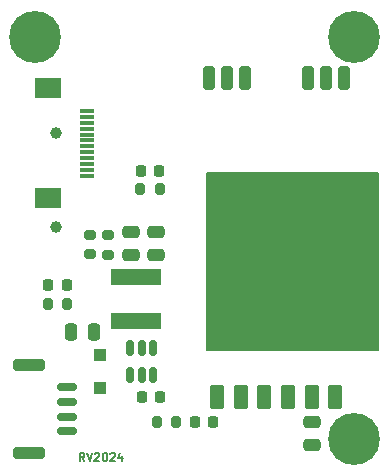
<source format=gts>
G04 #@! TF.GenerationSoftware,KiCad,Pcbnew,7.0.7-7.0.7~ubuntu20.04.1*
G04 #@! TF.CreationDate,2024-03-24T22:46:20+02:00*
G04 #@! TF.ProjectId,rtl-module-breakout,72746c2d-6d6f-4647-956c-652d62726561,rev?*
G04 #@! TF.SameCoordinates,Original*
G04 #@! TF.FileFunction,Soldermask,Top*
G04 #@! TF.FilePolarity,Negative*
%FSLAX46Y46*%
G04 Gerber Fmt 4.6, Leading zero omitted, Abs format (unit mm)*
G04 Created by KiCad (PCBNEW 7.0.7-7.0.7~ubuntu20.04.1) date 2024-03-24 22:46:20*
%MOMM*%
%LPD*%
G01*
G04 APERTURE LIST*
G04 Aperture macros list*
%AMRoundRect*
0 Rectangle with rounded corners*
0 $1 Rounding radius*
0 $2 $3 $4 $5 $6 $7 $8 $9 X,Y pos of 4 corners*
0 Add a 4 corners polygon primitive as box body*
4,1,4,$2,$3,$4,$5,$6,$7,$8,$9,$2,$3,0*
0 Add four circle primitives for the rounded corners*
1,1,$1+$1,$2,$3*
1,1,$1+$1,$4,$5*
1,1,$1+$1,$6,$7*
1,1,$1+$1,$8,$9*
0 Add four rect primitives between the rounded corners*
20,1,$1+$1,$2,$3,$4,$5,0*
20,1,$1+$1,$4,$5,$6,$7,0*
20,1,$1+$1,$6,$7,$8,$9,0*
20,1,$1+$1,$8,$9,$2,$3,0*%
G04 Aperture macros list end*
%ADD10C,0.150000*%
%ADD11RoundRect,0.200000X-0.200000X-0.275000X0.200000X-0.275000X0.200000X0.275000X-0.200000X0.275000X0*%
%ADD12RoundRect,0.200000X-0.275000X0.200000X-0.275000X-0.200000X0.275000X-0.200000X0.275000X0.200000X0*%
%ADD13RoundRect,0.218750X-0.218750X-0.256250X0.218750X-0.256250X0.218750X0.256250X-0.218750X0.256250X0*%
%ADD14RoundRect,0.150000X-0.150000X0.512500X-0.150000X-0.512500X0.150000X-0.512500X0.150000X0.512500X0*%
%ADD15R,1.300000X0.300000*%
%ADD16R,2.200000X1.800000*%
%ADD17RoundRect,0.250000X0.475000X-0.250000X0.475000X0.250000X-0.475000X0.250000X-0.475000X-0.250000X0*%
%ADD18C,0.700000*%
%ADD19C,4.400000*%
%ADD20RoundRect,0.250000X-0.250000X-0.475000X0.250000X-0.475000X0.250000X0.475000X-0.250000X0.475000X0*%
%ADD21RoundRect,0.225000X-0.225000X-0.250000X0.225000X-0.250000X0.225000X0.250000X-0.225000X0.250000X0*%
%ADD22RoundRect,0.250000X-0.300000X0.300000X-0.300000X-0.300000X0.300000X-0.300000X0.300000X0.300000X0*%
%ADD23RoundRect,0.250000X-0.475000X0.250000X-0.475000X-0.250000X0.475000X-0.250000X0.475000X0.250000X0*%
%ADD24RoundRect,0.200000X0.200000X0.275000X-0.200000X0.275000X-0.200000X-0.275000X0.200000X-0.275000X0*%
%ADD25RoundRect,0.200000X0.275000X-0.200000X0.275000X0.200000X-0.275000X0.200000X-0.275000X-0.200000X0*%
%ADD26RoundRect,0.180000X0.420000X-0.820000X0.420000X0.820000X-0.420000X0.820000X-0.420000X-0.820000X0*%
%ADD27RoundRect,0.150000X0.350000X-0.850000X0.350000X0.850000X-0.350000X0.850000X-0.350000X-0.850000X0*%
%ADD28RoundRect,0.150000X-0.700000X0.150000X-0.700000X-0.150000X0.700000X-0.150000X0.700000X0.150000X0*%
%ADD29RoundRect,0.250000X-1.100000X0.250000X-1.100000X-0.250000X1.100000X-0.250000X1.100000X0.250000X0*%
%ADD30RoundRect,0.225000X0.225000X0.250000X-0.225000X0.250000X-0.225000X-0.250000X0.225000X-0.250000X0*%
%ADD31R,4.200000X1.400000*%
%ADD32C,0.999997*%
G04 APERTURE END LIST*
D10*
X179000000Y-78000000D02*
X193500000Y-78000000D01*
X193500000Y-93000000D01*
X179000000Y-93000000D01*
X179000000Y-78000000D01*
G36*
X179000000Y-78000000D02*
G01*
X193500000Y-78000000D01*
X193500000Y-93000000D01*
X179000000Y-93000000D01*
X179000000Y-78000000D01*
G37*
X168665350Y-102406533D02*
X168432017Y-102073200D01*
X168265350Y-102406533D02*
X168265350Y-101706533D01*
X168265350Y-101706533D02*
X168532017Y-101706533D01*
X168532017Y-101706533D02*
X168598684Y-101739866D01*
X168598684Y-101739866D02*
X168632017Y-101773200D01*
X168632017Y-101773200D02*
X168665350Y-101839866D01*
X168665350Y-101839866D02*
X168665350Y-101939866D01*
X168665350Y-101939866D02*
X168632017Y-102006533D01*
X168632017Y-102006533D02*
X168598684Y-102039866D01*
X168598684Y-102039866D02*
X168532017Y-102073200D01*
X168532017Y-102073200D02*
X168265350Y-102073200D01*
X168865350Y-101706533D02*
X169098684Y-102406533D01*
X169098684Y-102406533D02*
X169332017Y-101706533D01*
X169532017Y-101773200D02*
X169565350Y-101739866D01*
X169565350Y-101739866D02*
X169632017Y-101706533D01*
X169632017Y-101706533D02*
X169798684Y-101706533D01*
X169798684Y-101706533D02*
X169865350Y-101739866D01*
X169865350Y-101739866D02*
X169898684Y-101773200D01*
X169898684Y-101773200D02*
X169932017Y-101839866D01*
X169932017Y-101839866D02*
X169932017Y-101906533D01*
X169932017Y-101906533D02*
X169898684Y-102006533D01*
X169898684Y-102006533D02*
X169498684Y-102406533D01*
X169498684Y-102406533D02*
X169932017Y-102406533D01*
X170365351Y-101706533D02*
X170432017Y-101706533D01*
X170432017Y-101706533D02*
X170498684Y-101739866D01*
X170498684Y-101739866D02*
X170532017Y-101773200D01*
X170532017Y-101773200D02*
X170565351Y-101839866D01*
X170565351Y-101839866D02*
X170598684Y-101973200D01*
X170598684Y-101973200D02*
X170598684Y-102139866D01*
X170598684Y-102139866D02*
X170565351Y-102273200D01*
X170565351Y-102273200D02*
X170532017Y-102339866D01*
X170532017Y-102339866D02*
X170498684Y-102373200D01*
X170498684Y-102373200D02*
X170432017Y-102406533D01*
X170432017Y-102406533D02*
X170365351Y-102406533D01*
X170365351Y-102406533D02*
X170298684Y-102373200D01*
X170298684Y-102373200D02*
X170265351Y-102339866D01*
X170265351Y-102339866D02*
X170232017Y-102273200D01*
X170232017Y-102273200D02*
X170198684Y-102139866D01*
X170198684Y-102139866D02*
X170198684Y-101973200D01*
X170198684Y-101973200D02*
X170232017Y-101839866D01*
X170232017Y-101839866D02*
X170265351Y-101773200D01*
X170265351Y-101773200D02*
X170298684Y-101739866D01*
X170298684Y-101739866D02*
X170365351Y-101706533D01*
X170865351Y-101773200D02*
X170898684Y-101739866D01*
X170898684Y-101739866D02*
X170965351Y-101706533D01*
X170965351Y-101706533D02*
X171132018Y-101706533D01*
X171132018Y-101706533D02*
X171198684Y-101739866D01*
X171198684Y-101739866D02*
X171232018Y-101773200D01*
X171232018Y-101773200D02*
X171265351Y-101839866D01*
X171265351Y-101839866D02*
X171265351Y-101906533D01*
X171265351Y-101906533D02*
X171232018Y-102006533D01*
X171232018Y-102006533D02*
X170832018Y-102406533D01*
X170832018Y-102406533D02*
X171265351Y-102406533D01*
X171865351Y-101939866D02*
X171865351Y-102406533D01*
X171698685Y-101673200D02*
X171532018Y-102173200D01*
X171532018Y-102173200D02*
X171965351Y-102173200D01*
D11*
G04 #@! TO.C,R5*
X165550000Y-89100000D03*
X167200000Y-89100000D03*
G04 #@! TD*
D12*
G04 #@! TO.C,R4*
X169100000Y-83250000D03*
X169100000Y-84900000D03*
G04 #@! TD*
D13*
G04 #@! TO.C,D2*
X165612500Y-87500000D03*
X167187500Y-87500000D03*
G04 #@! TD*
D14*
G04 #@! TO.C,U3*
X174450000Y-92862500D03*
X173500000Y-92862500D03*
X172550000Y-92862500D03*
X172550000Y-95137500D03*
X173500000Y-95137500D03*
X174450000Y-95137500D03*
G04 #@! TD*
D15*
G04 #@! TO.C,J1*
X168850000Y-72750000D03*
X168850000Y-73250000D03*
X168850000Y-73750000D03*
X168850000Y-74250000D03*
X168850000Y-74750000D03*
X168850000Y-75250000D03*
X168850000Y-75750000D03*
X168850000Y-76250000D03*
X168850000Y-76750000D03*
X168850000Y-77250000D03*
X168850000Y-77750000D03*
X168850000Y-78250000D03*
D16*
X165600000Y-70850000D03*
X165600000Y-80150000D03*
G04 #@! TD*
D13*
G04 #@! TO.C,D1*
X178012500Y-99100000D03*
X179587500Y-99100000D03*
G04 #@! TD*
D17*
G04 #@! TO.C,C1*
X187900000Y-101000000D03*
X187900000Y-99100000D03*
G04 #@! TD*
D18*
G04 #@! TO.C,H3*
X162850000Y-66500000D03*
X163333274Y-65333274D03*
X163333274Y-67666726D03*
X164500000Y-64850000D03*
D19*
X164500000Y-66500000D03*
D18*
X164500000Y-68150000D03*
X165666726Y-65333274D03*
X165666726Y-67666726D03*
X166150000Y-66500000D03*
G04 #@! TD*
D20*
G04 #@! TO.C,C2*
X167550000Y-91500000D03*
X169450000Y-91500000D03*
G04 #@! TD*
D21*
G04 #@! TO.C,C3*
X173525000Y-97000000D03*
X175075000Y-97000000D03*
G04 #@! TD*
D11*
G04 #@! TO.C,R6*
X173375000Y-79400000D03*
X175025000Y-79400000D03*
G04 #@! TD*
D22*
G04 #@! TO.C,D3*
X170000000Y-93400000D03*
X170000000Y-96200000D03*
G04 #@! TD*
D23*
G04 #@! TO.C,C5*
X174700000Y-83025000D03*
X174700000Y-84925000D03*
G04 #@! TD*
D24*
G04 #@! TO.C,R2*
X176450000Y-99100000D03*
X174800000Y-99100000D03*
G04 #@! TD*
D18*
G04 #@! TO.C,H1*
X189850000Y-100500000D03*
X190333274Y-99333274D03*
X190333274Y-101666726D03*
X191500000Y-98850000D03*
D19*
X191500000Y-100500000D03*
D18*
X191500000Y-102150000D03*
X192666726Y-99333274D03*
X192666726Y-101666726D03*
X193150000Y-100500000D03*
G04 #@! TD*
G04 #@! TO.C,H2*
X189850000Y-66500000D03*
X190333274Y-65333274D03*
X190333274Y-67666726D03*
X191500000Y-64850000D03*
D19*
X191500000Y-66500000D03*
D18*
X191500000Y-68150000D03*
X192666726Y-65333274D03*
X192666726Y-67666726D03*
X193150000Y-66500000D03*
G04 #@! TD*
D25*
G04 #@! TO.C,R3*
X170700000Y-84925000D03*
X170700000Y-83275000D03*
G04 #@! TD*
D26*
G04 #@! TO.C,U1*
X189900000Y-97000000D03*
X187900000Y-97000000D03*
X185900000Y-97000000D03*
X183900000Y-97000000D03*
X181900000Y-97000000D03*
X179900000Y-97000000D03*
D27*
X179250000Y-70000000D03*
X180750000Y-70000000D03*
X182250000Y-70000000D03*
X187600000Y-70000000D03*
X189100000Y-70000000D03*
X190600000Y-70000000D03*
G04 #@! TD*
D23*
G04 #@! TO.C,C4*
X172600000Y-83025000D03*
X172600000Y-84925000D03*
G04 #@! TD*
D28*
G04 #@! TO.C,J3*
X167200000Y-96125000D03*
X167200000Y-97375000D03*
X167200000Y-98625000D03*
X167200000Y-99875000D03*
D29*
X164000000Y-94275000D03*
X164000000Y-101725000D03*
G04 #@! TD*
D30*
G04 #@! TO.C,C6*
X175000000Y-77800000D03*
X173450000Y-77800000D03*
G04 #@! TD*
D31*
G04 #@! TO.C,L1*
X173000000Y-90500000D03*
X173000000Y-86800000D03*
G04 #@! TD*
D32*
G04 #@! TO.C,J2*
X166295600Y-82565000D03*
X166295600Y-74589400D03*
G04 #@! TD*
M02*

</source>
